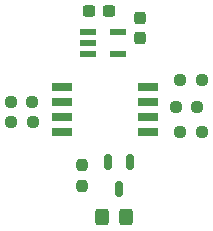
<source format=gbr>
%TF.GenerationSoftware,KiCad,Pcbnew,8.0.1*%
%TF.CreationDate,2025-01-22T19:50:13-07:00*%
%TF.ProjectId,ColorSensing,436f6c6f-7253-4656-9e73-696e672e6b69,rev?*%
%TF.SameCoordinates,Original*%
%TF.FileFunction,Paste,Bot*%
%TF.FilePolarity,Positive*%
%FSLAX46Y46*%
G04 Gerber Fmt 4.6, Leading zero omitted, Abs format (unit mm)*
G04 Created by KiCad (PCBNEW 8.0.1) date 2025-01-22 19:50:13*
%MOMM*%
%LPD*%
G01*
G04 APERTURE LIST*
G04 Aperture macros list*
%AMRoundRect*
0 Rectangle with rounded corners*
0 $1 Rounding radius*
0 $2 $3 $4 $5 $6 $7 $8 $9 X,Y pos of 4 corners*
0 Add a 4 corners polygon primitive as box body*
4,1,4,$2,$3,$4,$5,$6,$7,$8,$9,$2,$3,0*
0 Add four circle primitives for the rounded corners*
1,1,$1+$1,$2,$3*
1,1,$1+$1,$4,$5*
1,1,$1+$1,$6,$7*
1,1,$1+$1,$8,$9*
0 Add four rect primitives between the rounded corners*
20,1,$1+$1,$2,$3,$4,$5,0*
20,1,$1+$1,$4,$5,$6,$7,0*
20,1,$1+$1,$6,$7,$8,$9,0*
20,1,$1+$1,$8,$9,$2,$3,0*%
G04 Aperture macros list end*
%ADD10RoundRect,0.237500X0.250000X0.237500X-0.250000X0.237500X-0.250000X-0.237500X0.250000X-0.237500X0*%
%ADD11RoundRect,0.237500X0.237500X-0.250000X0.237500X0.250000X-0.237500X0.250000X-0.237500X-0.250000X0*%
%ADD12RoundRect,0.150000X-0.150000X0.512500X-0.150000X-0.512500X0.150000X-0.512500X0.150000X0.512500X0*%
%ADD13R,1.320800X0.508000*%
%ADD14RoundRect,0.237500X0.300000X0.237500X-0.300000X0.237500X-0.300000X-0.237500X0.300000X-0.237500X0*%
%ADD15RoundRect,0.237500X-0.237500X0.300000X-0.237500X-0.300000X0.237500X-0.300000X0.237500X0.300000X0*%
%ADD16RoundRect,0.250000X0.325000X0.450000X-0.325000X0.450000X-0.325000X-0.450000X0.325000X-0.450000X0*%
%ADD17RoundRect,0.237500X-0.250000X-0.237500X0.250000X-0.237500X0.250000X0.237500X-0.250000X0.237500X0*%
%ADD18R,1.700000X0.650000*%
G04 APERTURE END LIST*
D10*
%TO.C,R2*%
X120720000Y-82720000D03*
X118895000Y-82720000D03*
%TD*%
D11*
%TO.C,R10*%
X124870000Y-88170000D03*
X124870000Y-86345000D03*
%TD*%
D12*
%TO.C,Q1*%
X127050000Y-86120000D03*
X128950000Y-86120000D03*
X128000000Y-88395000D03*
%TD*%
D13*
%TO.C,U3*%
X125369200Y-76970000D03*
X125369200Y-76019999D03*
X125369200Y-75069998D03*
X127960000Y-75069998D03*
X127960000Y-76970000D03*
%TD*%
D14*
%TO.C,C1*%
X127200000Y-73320000D03*
X125475000Y-73320000D03*
%TD*%
D15*
%TO.C,C2*%
X129800000Y-73900000D03*
X129800000Y-75625000D03*
%TD*%
D10*
%TO.C,R9*%
X134645000Y-81430000D03*
X132820000Y-81430000D03*
%TD*%
D16*
%TO.C,D5*%
X128595000Y-90780000D03*
X126545000Y-90780000D03*
%TD*%
D10*
%TO.C,R4*%
X120690000Y-81000000D03*
X118865000Y-81000000D03*
%TD*%
D17*
%TO.C,R11*%
X133225000Y-83570000D03*
X135050000Y-83570000D03*
%TD*%
%TO.C,R8*%
X133225000Y-79180000D03*
X135050000Y-79180000D03*
%TD*%
D18*
%TO.C,U2*%
X130490000Y-79780000D03*
X130490000Y-81050000D03*
X130490000Y-82320000D03*
X130490000Y-83590000D03*
X123190000Y-83590000D03*
X123190000Y-82320000D03*
X123190000Y-81050000D03*
X123190000Y-79780000D03*
%TD*%
M02*

</source>
